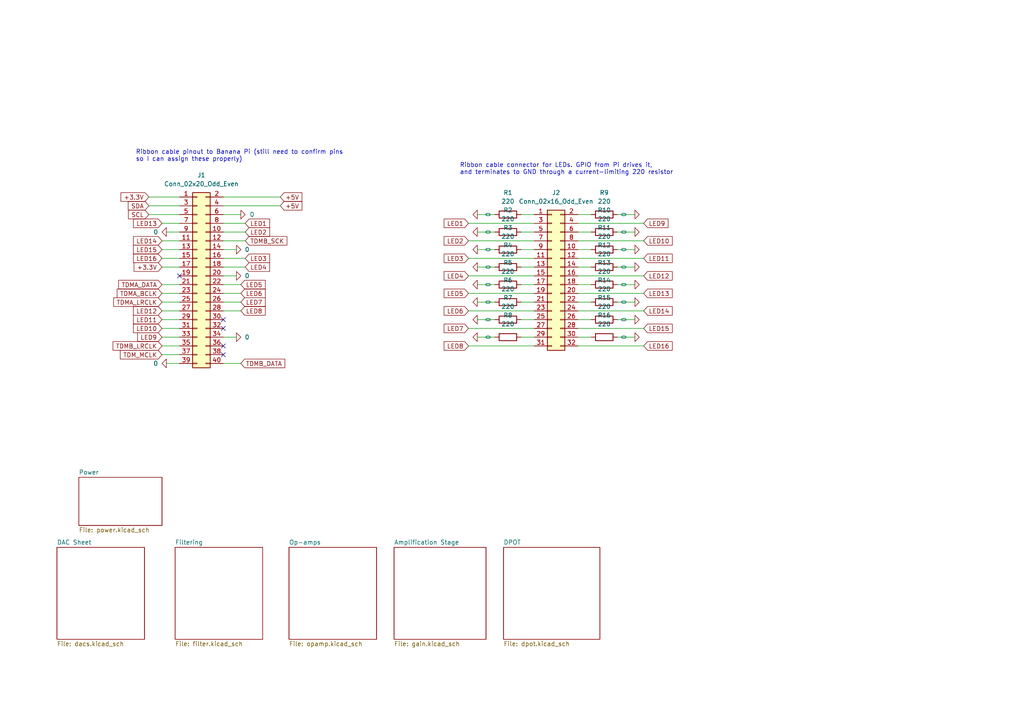
<source format=kicad_sch>
(kicad_sch (version 20230121) (generator eeschema)
  (paper "A4")
  (lib_symbols
    (symbol "Connector_Generic:Conn_02x16_Odd_Even" (pin_names (offset 1.016) hide)
      (property "Reference" "J" (at 1.27 20.32 0))
      (property "Value" "Conn_02x16_Odd_Even" (at 1.27 -22.86 0))
      (symbol "Conn_02x16_Odd_Even_1_1"
        (rectangle (start -1.27 -20.193) (end 0 -20.447) (stroke (width 0.1524)))
        (rectangle (start -1.27 -17.653) (end 0 -17.907) (stroke (width 0.1524)))
        (rectangle (start -1.27 -15.113) (end 0 -15.367) (stroke (width 0.1524)))
        (rectangle (start -1.27 -12.573) (end 0 -12.827) (stroke (width 0.1524)))
        (rectangle (start -1.27 -10.033) (end 0 -10.287) (stroke (width 0.1524)))
        (rectangle (start -1.27 -7.493) (end 0 -7.747) (stroke (width 0.1524)))
        (rectangle (start -1.27 -4.953) (end 0 -5.207) (stroke (width 0.1524)))
        (rectangle (start -1.27 -2.413) (end 0 -2.667) (stroke (width 0.1524)))
        (rectangle (start -1.27 0.127) (end 0 -0.127) (stroke (width 0.1524)))
        (rectangle (start -1.27 2.667) (end 0 2.413) (stroke (width 0.1524)))
        (rectangle (start -1.27 5.207) (end 0 4.953) (stroke (width 0.1524)))
        (rectangle (start -1.27 7.747) (end 0 7.493) (stroke (width 0.1524)))
        (rectangle (start -1.27 10.287) (end 0 10.033) (stroke (width 0.1524)))
        (rectangle (start -1.27 12.827) (end 0 12.573) (stroke (width 0.1524)))
        (rectangle (start -1.27 15.367) (end 0 15.113) (stroke (width 0.1524)))
        (rectangle (start -1.27 17.907) (end 0 17.653) (stroke (width 0.1524)))
        (rectangle (start -1.27 19.05) (end 3.81 -21.59) (stroke (width 0.254)) (fill (type background)))
        (rectangle (start 3.81 -20.193) (end 2.54 -20.447) (stroke (width 0.1524)))
        (rectangle (start 3.81 -17.653) (end 2.54 -17.907) (stroke (width 0.1524)))
        (rectangle (start 3.81 -15.113) (end 2.54 -15.367) (stroke (width 0.1524)))
        (rectangle (start 3.81 -12.573) (end 2.54 -12.827) (stroke (width 0.1524)))
        (rectangle (start 3.81 -10.033) (end 2.54 -10.287) (stroke (width 0.1524)))
        (rectangle (start 3.81 -7.493) (end 2.54 -7.747) (stroke (width 0.1524)))
        (rectangle (start 3.81 -4.953) (end 2.54 -5.207) (stroke (width 0.1524)))
        (rectangle (start 3.81 -2.413) (end 2.54 -2.667) (stroke (width 0.1524)))
        (rectangle (start 3.81 0.127) (end 2.54 -0.127) (stroke (width 0.1524)))
        (rectangle (start 3.81 2.667) (end 2.54 2.413) (stroke (width 0.1524)))
        (rectangle (start 3.81 5.207) (end 2.54 4.953) (stroke (width 0.1524)))
        (rectangle (start 3.81 7.747) (end 2.54 7.493) (stroke (width 0.1524)))
        (rectangle (start 3.81 10.287) (end 2.54 10.033) (stroke (width 0.1524)))
        (rectangle (start 3.81 12.827) (end 2.54 12.573) (stroke (width 0.1524)))
        (rectangle (start 3.81 15.367) (end 2.54 15.113) (stroke (width 0.1524)))
        (rectangle (start 3.81 17.907) (end 2.54 17.653) (stroke (width 0.1524)))
        (pin passive line (at -5.08 17.78 0) (length 3.81) (name "Pin_1") (number "1"))
        (pin passive line (at 7.62 7.62 180) (length 3.81) (name "Pin_10") (number "10"))
        (pin passive line (at -5.08 5.08 0) (length 3.81) (name "Pin_11") (number "11"))
        (pin passive line (at 7.62 5.08 180) (length 3.81) (name "Pin_12") (number "12"))
        (pin passive line (at -5.08 2.54 0) (length 3.81) (name "Pin_13") (number "13"))
        (pin passive line (at 7.62 2.54 180) (length 3.81) (name "Pin_14") (number "14"))
        (pin passive line (at -5.08 0 0) (length 3.81) (name "Pin_15") (number "15"))
        (pin passive line (at 7.62 0 180) (length 3.81) (name "Pin_16") (number "16"))
        (pin passive line (at -5.08 -2.54 0) (length 3.81) (name "Pin_17") (number "17"))
        (pin passive line (at 7.62 -2.54 180) (length 3.81) (name "Pin_18") (number "18"))
        (pin passive line (at -5.08 -5.08 0) (length 3.81) (name "Pin_19") (number "19"))
        (pin passive line (at 7.62 17.78 180) (length 3.81) (name "Pin_2") (number "2"))
        (pin passive line (at 7.62 -5.08 180) (length 3.81) (name "Pin_20") (number "20"))
        (pin passive line (at -5.08 -7.62 0) (length 3.81) (name "Pin_21") (number "21"))
        (pin passive line (at 7.62 -7.62 180) (length 3.81) (name "Pin_22") (number "22"))
        (pin passive line (at -5.08 -10.16 0) (length 3.81) (name "Pin_23") (number "23"))
        (pin passive line (at 7.62 -10.16 180) (length 3.81) (name "Pin_24") (number "24"))
        (pin passive line (at -5.08 -12.7 0) (length 3.81) (name "Pin_25") (number "25"))
        (pin passive line (at 7.62 -12.7 180) (length 3.81) (name "Pin_26") (number "26"))
        (pin passive line (at -5.08 -15.24 0) (length 3.81) (name "Pin_27") (number "27"))
        (pin passive line (at 7.62 -15.24 180) (length 3.81) (name "Pin_28") (number "28"))
        (pin passive line (at -5.08 -17.78 0) (length 3.81) (name "Pin_29") (number "29"))
        (pin passive line (at -5.08 15.24 0) (length 3.81) (name "Pin_3") (number "3"))
        (pin passive line (at 7.62 -17.78 180) (length 3.81) (name "Pin_30") (number "30"))
        (pin passive line (at -5.08 -20.32 0) (length 3.81) (name "Pin_31") (number "31"))
        (pin passive line (at 7.62 -20.32 180) (length 3.81) (name "Pin_32") (number "32"))
        (pin passive line (at 7.62 15.24 180) (length 3.81) (name "Pin_4") (number "4"))
        (pin passive line (at -5.08 12.7 0) (length 3.81) (name "Pin_5") (number "5"))
        (pin passive line (at 7.62 12.7 180) (length 3.81) (name "Pin_6") (number "6"))
        (pin passive line (at -5.08 10.16 0) (length 3.81) (name "Pin_7") (number "7"))
        (pin passive line (at 7.62 10.16 180) (length 3.81) (name "Pin_8") (number "8"))
        (pin passive line (at -5.08 7.62 0) (length 3.81) (name "Pin_9") (number "9"))
      )
    )
    (symbol "Connector_Generic:Conn_02x20_Odd_Even" (pin_names (offset 1.016) hide)
      (property "Reference" "J" (at 1.27 25.4 0))
      (property "Value" "Conn_02x20_Odd_Even" (at 1.27 -27.94 0))
      (symbol "Conn_02x20_Odd_Even_1_1"
        (rectangle (start -1.27 -25.273) (end 0 -25.527) (stroke (width 0.1524)))
        (rectangle (start -1.27 -22.733) (end 0 -22.987) (stroke (width 0.1524)))
        (rectangle (start -1.27 -20.193) (end 0 -20.447) (stroke (width 0.1524)))
        (rectangle (start -1.27 -17.653) (end 0 -17.907) (stroke (width 0.1524)))
        (rectangle (start -1.27 -15.113) (end 0 -15.367) (stroke (width 0.1524)))
        (rectangle (start -1.27 -12.573) (end 0 -12.827) (stroke (width 0.1524)))
        (rectangle (start -1.27 -10.033) (end 0 -10.287) (stroke (width 0.1524)))
        (rectangle (start -1.27 -7.493) (end 0 -7.747) (stroke (width 0.1524)))
        (rectangle (start -1.27 -4.953) (end 0 -5.207) (stroke (width 0.1524)))
        (rectangle (start -1.27 -2.413) (end 0 -2.667) (stroke (width 0.1524)))
        (rectangle (start -1.27 0.127) (end 0 -0.127) (stroke (width 0.1524)))
        (rectangle (start -1.27 2.667) (end 0 2.413) (stroke (width 0.1524)))
        (rectangle (start -1.27 5.207) (end 0 4.953) (stroke (width 0.1524)))
        (rectangle (start -1.27 7.747) (end 0 7.493) (stroke (width 0.1524)))
        (rectangle (start -1.27 10.287) (end 0 10.033) (stroke (width 0.1524)))
        (rectangle (start -1.27 12.827) (end 0 12.573) (stroke (width 0.1524)))
        (rectangle (start -1.27 15.367) (end 0 15.113) (stroke (width 0.1524)))
        (rectangle (start -1.27 17.907) (end 0 17.653) (stroke (width 0.1524)))
        (rectangle (start -1.27 20.447) (end 0 20.193) (stroke (width 0.1524)))
        (rectangle (start -1.27 22.987) (end 0 22.733) (stroke (width 0.1524)))
        (rectangle (start -1.27 24.13) (end 3.81 -26.67) (stroke (width 0.254)) (fill (type background)))
        (rectangle (start 3.81 -25.273) (end 2.54 -25.527) (stroke (width 0.1524)))
        (rectangle (start 3.81 -22.733) (end 2.54 -22.987) (stroke (width 0.1524)))
        (rectangle (start 3.81 -20.193) (end 2.54 -20.447) (stroke (width 0.1524)))
        (rectangle (start 3.81 -17.653) (end 2.54 -17.907) (stroke (width 0.1524)))
        (rectangle (start 3.81 -15.113) (end 2.54 -15.367) (stroke (width 0.1524)))
        (rectangle (start 3.81 -12.573) (end 2.54 -12.827) (stroke (width 0.1524)))
        (rectangle (start 3.81 -10.033) (end 2.54 -10.287) (stroke (width 0.1524)))
        (rectangle (start 3.81 -7.493) (end 2.54 -7.747) (stroke (width 0.1524)))
        (rectangle (start 3.81 -4.953) (end 2.54 -5.207) (stroke (width 0.1524)))
        (rectangle (start 3.81 -2.413) (end 2.54 -2.667) (stroke (width 0.1524)))
        (rectangle (start 3.81 0.127) (end 2.54 -0.127) (stroke (width 0.1524)))
        (rectangle (start 3.81 2.667) (end 2.54 2.413) (stroke (width 0.1524)))
        (rectangle (start 3.81 5.207) (end 2.54 4.953) (stroke (width 0.1524)))
        (rectangle (start 3.81 7.747) (end 2.54 7.493) (stroke (width 0.1524)))
        (rectangle (start 3.81 10.287) (end 2.54 10.033) (stroke (width 0.1524)))
        (rectangle (start 3.81 12.827) (end 2.54 12.573) (stroke (width 0.1524)))
        (rectangle (start 3.81 15.367) (end 2.54 15.113) (stroke (width 0.1524)))
        (rectangle (start 3.81 17.907) (end 2.54 17.653) (stroke (width 0.1524)))
        (rectangle (start 3.81 20.447) (end 2.54 20.193) (stroke (width 0.1524)))
        (rectangle (start 3.81 22.987) (end 2.54 22.733) (stroke (width 0.1524)))
        (pin passive line (at -5.08 22.86 0) (length 3.81) (name "Pin_1") (number "1"))
        (pin passive line (at 7.62 12.7 180) (length 3.81) (name "Pin_10") (number "10"))
        (pin passive line (at -5.08 10.16 0) (length 3.81) (name "Pin_11") (number "11"))
        (pin passive line (at 7.62 10.16 180) (length 3.81) (name "Pin_12") (number "12"))
        (pin passive line (at -5.08 7.62 0) (length 3.81) (name "Pin_13") (number "13"))
        (pin passive line (at 7.62 7.62 180) (length 3.81) (name "Pin_14") (number "14"))
        (pin passive line (at -5.08 5.08 0) (length 3.81) (name "Pin_15") (number "15"))
        (pin passive line (at 7.62 5.08 180) (length 3.81) (name "Pin_16") (number "16"))
        (pin passive line (at -5.08 2.54 0) (length 3.81) (name "Pin_17") (number "17"))
        (pin passive line (at 7.62 2.54 180) (length 3.81) (name "Pin_18") (number "18"))
        (pin passive line (at -5.08 0 0) (length 3.81) (name "Pin_19") (number "19"))
        (pin passive line (at 7.62 22.86 180) (length 3.81) (name "Pin_2") (number "2"))
        (pin passive line (at 7.62 0 180) (length 3.81) (name "Pin_20") (number "20"))
        (pin passive line (at -5.08 -2.54 0) (length 3.81) (name "Pin_21") (number "21"))
        (pin passive line (at 7.62 -2.54 180) (length 3.81) (name "Pin_22") (number "22"))
        (pin passive line (at -5.08 -5.08 0) (length 3.81) (name "Pin_23") (number "23"))
        (pin passive line (at 7.62 -5.08 180) (length 3.81) (name "Pin_24") (number "24"))
        (pin passive line (at -5.08 -7.62 0) (length 3.81) (name "Pin_25") (number "25"))
        (pin passive line (at 7.62 -7.62 180) (length 3.81) (name "Pin_26") (number "26"))
        (pin passive line (at -5.08 -10.16 0) (length 3.81) (name "Pin_27") (number "27"))
        (pin passive line (at 7.62 -10.16 180) (length 3.81) (name "Pin_28") (number "28"))
        (pin passive line (at -5.08 -12.7 0) (length 3.81) (name "Pin_29") (number "29"))
        (pin passive line (at -5.08 20.32 0) (length 3.81) (name "Pin_3") (number "3"))
        (pin passive line (at 7.62 -12.7 180) (length 3.81) (name "Pin_30") (number "30"))
        (pin passive line (at -5.08 -15.24 0) (length 3.81) (name "Pin_31") (number "31"))
        (pin passive line (at 7.62 -15.24 180) (length 3.81) (name "Pin_32") (number "32"))
        (pin passive line (at -5.08 -17.78 0) (length 3.81) (name "Pin_33") (number "33"))
        (pin passive line (at 7.62 -17.78 180) (length 3.81) (name "Pin_34") (number "34"))
        (pin passive line (at -5.08 -20.32 0) (length 3.81) (name "Pin_35") (number "35"))
        (pin passive line (at 7.62 -20.32 180) (length 3.81) (name "Pin_36") (number "36"))
        (pin passive line (at -5.08 -22.86 0) (length 3.81) (name "Pin_37") (number "37"))
        (pin passive line (at 7.62 -22.86 180) (length 3.81) (name "Pin_38") (number "38"))
        (pin passive line (at -5.08 -25.4 0) (length 3.81) (name "Pin_39") (number "39"))
        (pin passive line (at 7.62 20.32 180) (length 3.81) (name "Pin_4") (number "4"))
        (pin passive line (at 7.62 -25.4 180) (length 3.81) (name "Pin_40") (number "40"))
        (pin passive line (at -5.08 17.78 0) (length 3.81) (name "Pin_5") (number "5"))
        (pin passive line (at 7.62 17.78 180) (length 3.81) (name "Pin_6") (number "6"))
        (pin passive line (at -5.08 15.24 0) (length 3.81) (name "Pin_7") (number "7"))
        (pin passive line (at 7.62 15.24 180) (length 3.81) (name "Pin_8") (number "8"))
        (pin passive line (at -5.08 12.7 0) (length 3.81) (name "Pin_9") (number "9"))
      )
    )
    (symbol "Device:R" (pin_numbers hide) (pin_names (offset 0))
      (property "Reference" "R" (at 2.032 0 90))
      (property "Value" "R" (at 0 0 90))
      (symbol "R_0_1"
        (rectangle (start -1.016 -2.54) (end 1.016 2.54) (stroke (width 0.254)))
      )
      (symbol "R_1_1"
        (pin passive line (at 0 3.81 270) (length 1.27) (name "~") (number "1"))
        (pin passive line (at 0 -3.81 90) (length 1.27) (name "~") (number "2"))
      )
    )
    (symbol "Simulation_SPICE:0" (power) (pin_names (offset 0))
      (property "Value" "0" (at 0 -1.778 0))
      (symbol "0_0_1"
        (polyline (pts (xy -1.27 0) (xy 0 -1.27) (xy 1.27 0) (xy -1.27 0)))
      )
      (symbol "0_1_1"
        (pin power_in line (at 0 0 0) (length 0) hide (name "0") (number "1"))
      )
    )
    (symbol "pspice:0" (power) (pin_names (offset 0))
      (property "Value" "0" (at 0 -1.778 0))
      (symbol "0_0_1"
        (polyline (pts (xy -1.27 0) (xy 0 -1.27) (xy 1.27 0) (xy -1.27 0)))
      )
      (symbol "0_1_1"
        (pin power_in line (at 0 0 0) (length 0) hide (name "0") (number "1"))
      )
    )
  )
  (no_connect (at 64.77 92.71))
  (no_connect (at 52.07 80.01))
  (no_connect (at 64.77 100.33))
  (no_connect (at 64.77 95.25))
  (no_connect (at 64.77 102.87))
  (wire (pts (xy 46.99 77.47) (xy 52.07 77.47)))
  (wire (pts (xy 64.77 64.77) (xy 71.12 64.77)))
  (wire (pts (xy 46.99 95.25) (xy 52.07 95.25)))
  (wire (pts (xy 151.13 77.47) (xy 154.94 77.47)))
  (wire (pts (xy 179.07 92.71) (xy 184.15 92.71)))
  (wire (pts (xy 135.89 95.25) (xy 154.94 95.25)))
  (wire (pts (xy 143.51 92.71) (xy 138.43 92.71)))
  (wire (pts (xy 151.13 62.23) (xy 154.94 62.23)))
  (wire (pts (xy 151.13 82.55) (xy 154.94 82.55)))
  (wire (pts (xy 186.69 80.01) (xy 167.64 80.01)))
  (wire (pts (xy 171.45 62.23) (xy 167.64 62.23)))
  (wire (pts (xy 186.69 100.33) (xy 167.64 100.33)))
  (wire (pts (xy 64.77 74.93) (xy 71.12 74.93)))
  (wire (pts (xy 135.89 74.93) (xy 154.94 74.93)))
  (wire (pts (xy 43.18 62.23) (xy 52.07 62.23)))
  (wire (pts (xy 143.51 87.63) (xy 138.43 87.63)))
  (wire (pts (xy 64.77 67.31) (xy 71.12 67.31)))
  (wire (pts (xy 43.18 57.15) (xy 52.07 57.15)))
  (wire (pts (xy 179.07 67.31) (xy 184.15 67.31)))
  (wire (pts (xy 151.13 87.63) (xy 154.94 87.63)))
  (wire (pts (xy 179.07 72.39) (xy 184.15 72.39)))
  (wire (pts (xy 64.77 62.23) (xy 69.85 62.23)))
  (wire (pts (xy 135.89 100.33) (xy 154.94 100.33)))
  (wire (pts (xy 69.85 82.55) (xy 64.77 82.55)))
  (wire (pts (xy 186.69 85.09) (xy 167.64 85.09)))
  (wire (pts (xy 143.51 77.47) (xy 138.43 77.47)))
  (wire (pts (xy 135.89 64.77) (xy 154.94 64.77)))
  (wire (pts (xy 135.89 69.85) (xy 154.94 69.85)))
  (wire (pts (xy 52.07 67.31) (xy 48.26 67.31)))
  (wire (pts (xy 143.51 82.55) (xy 138.43 82.55)))
  (wire (pts (xy 64.77 97.79) (xy 68.58 97.79)))
  (wire (pts (xy 186.69 90.17) (xy 167.64 90.17)))
  (wire (pts (xy 64.77 57.15) (xy 81.28 57.15)))
  (wire (pts (xy 46.99 90.17) (xy 52.07 90.17)))
  (wire (pts (xy 186.69 74.93) (xy 167.64 74.93)))
  (wire (pts (xy 143.51 67.31) (xy 138.43 67.31)))
  (wire (pts (xy 179.07 82.55) (xy 184.15 82.55)))
  (wire (pts (xy 171.45 67.31) (xy 167.64 67.31)))
  (wire (pts (xy 46.99 100.33) (xy 52.07 100.33)))
  (wire (pts (xy 64.77 72.39) (xy 68.58 72.39)))
  (wire (pts (xy 171.45 92.71) (xy 167.64 92.71)))
  (wire (pts (xy 171.45 77.47) (xy 167.64 77.47)))
  (wire (pts (xy 64.77 69.85) (xy 71.12 69.85)))
  (wire (pts (xy 46.99 69.85) (xy 52.07 69.85)))
  (wire (pts (xy 46.99 72.39) (xy 52.07 72.39)))
  (wire (pts (xy 46.99 64.77) (xy 52.07 64.77)))
  (wire (pts (xy 46.99 97.79) (xy 52.07 97.79)))
  (wire (pts (xy 64.77 105.41) (xy 69.85 105.41)))
  (wire (pts (xy 135.89 90.17) (xy 154.94 90.17)))
  (wire (pts (xy 43.18 59.69) (xy 52.07 59.69)))
  (wire (pts (xy 143.51 62.23) (xy 138.43 62.23)))
  (wire (pts (xy 151.13 97.79) (xy 154.94 97.79)))
  (wire (pts (xy 46.99 82.55) (xy 52.07 82.55)))
  (wire (pts (xy 186.69 64.77) (xy 167.64 64.77)))
  (wire (pts (xy 46.99 74.93) (xy 52.07 74.93)))
  (wire (pts (xy 186.69 69.85) (xy 167.64 69.85)))
  (wire (pts (xy 186.69 95.25) (xy 167.64 95.25)))
  (wire (pts (xy 69.85 85.09) (xy 64.77 85.09)))
  (wire (pts (xy 143.51 72.39) (xy 138.43 72.39)))
  (wire (pts (xy 179.07 87.63) (xy 184.15 87.63)))
  (wire (pts (xy 135.89 80.01) (xy 154.94 80.01)))
  (wire (pts (xy 151.13 72.39) (xy 154.94 72.39)))
  (wire (pts (xy 143.51 97.79) (xy 138.43 97.79)))
  (wire (pts (xy 135.89 85.09) (xy 154.94 85.09)))
  (wire (pts (xy 179.07 62.23) (xy 184.15 62.23)))
  (wire (pts (xy 64.77 80.01) (xy 68.58 80.01)))
  (wire (pts (xy 64.77 90.17) (xy 69.85 90.17)))
  (wire (pts (xy 171.45 87.63) (xy 167.64 87.63)))
  (wire (pts (xy 46.99 102.87) (xy 52.07 102.87)))
  (wire (pts (xy 179.07 97.79) (xy 184.15 97.79)))
  (wire (pts (xy 151.13 67.31) (xy 154.94 67.31)))
  (wire (pts (xy 171.45 97.79) (xy 167.64 97.79)))
  (wire (pts (xy 64.77 77.47) (xy 71.12 77.47)))
  (wire (pts (xy 69.85 87.63) (xy 64.77 87.63)))
  (wire (pts (xy 52.07 105.41) (xy 48.26 105.41)))
  (wire (pts (xy 151.13 92.71) (xy 154.94 92.71)))
  (wire (pts (xy 46.99 92.71) (xy 52.07 92.71)))
  (wire (pts (xy 46.99 87.63) (xy 52.07 87.63)))
  (wire (pts (xy 81.28 59.69) (xy 64.77 59.69)))
  (wire (pts (xy 171.45 72.39) (xy 167.64 72.39)))
  (wire (pts (xy 46.99 85.09) (xy 52.07 85.09)))
  (wire (pts (xy 179.07 77.47) (xy 184.15 77.47)))
  (wire (pts (xy 171.45 82.55) (xy 167.64 82.55)))
  (text "Ribbon cable pinout to Banana Pi (still need to confirm pins\nso I can assign these properly)" (at 39.37 46.99 0) (effects (font (size 1.27 1.27)) (justify left bottom)))
  (text "Ribbon cable connector for LEDs. GPIO from Pi drives it, \nand terminates to GND through a current-limiting 220 resistor" (at 133.35 50.8 0) (effects (font (size 1.27 1.27)) (justify left bottom)))
  (global_label "LED5" (shape input) (at 135.89 85.09 180) (property "Intersheetrefs" "${INTERSHEET_REFS}" (effects hide)))
  (global_label "LED6" (shape input) (at 135.89 90.17 180) (property "Intersheetrefs" "${INTERSHEET_REFS}" (effects hide)))
  (global_label "LED3" (shape input) (at 135.89 74.93 180) (property "Intersheetrefs" "${INTERSHEET_REFS}" (effects hide)))
  (global_label "LED15" (shape input) (at 186.69 95.25 0) (property "Intersheetrefs" "${INTERSHEET_REFS}" (effects hide)))
  (global_label "LED14" (shape input) (at 46.99 69.85 180) (property "Intersheetrefs" "${INTERSHEET_REFS}" (effects hide)))
  (global_label "LED9" (shape input) (at 186.69 64.77 0) (property "Intersheetrefs" "${INTERSHEET_REFS}" (effects hide)))
  (global_label "LED14" (shape input) (at 186.69 90.17 0) (property "Intersheetrefs" "${INTERSHEET_REFS}" (effects hide)))
  (global_label "LED10" (shape input) (at 186.69 69.85 0) (property "Intersheetrefs" "${INTERSHEET_REFS}" (effects hide)))
  (global_label "SCL" (shape input) (at 43.18 62.23 180) (property "Intersheetrefs" "${INTERSHEET_REFS}" (effects hide)))
  (global_label "LED16" (shape input) (at 46.99 74.93 180) (property "Intersheetrefs" "${INTERSHEET_REFS}" (effects hide)))
  (global_label "LED11" (shape input) (at 46.99 92.71 180) (property "Intersheetrefs" "${INTERSHEET_REFS}" (effects hide)))
  (global_label "TDMA_LRCLK" (shape input) (at 46.99 87.63 180) (property "Intersheetrefs" "${INTERSHEET_REFS}" (effects hide)))
  (global_label "LED2" (shape input) (at 71.12 67.31 0) (property "Intersheetrefs" "${INTERSHEET_REFS}" (effects hide)))
  (global_label "LED5" (shape input) (at 69.85 82.55 0) (property "Intersheetrefs" "${INTERSHEET_REFS}" (effects hide)))
  (global_label "LED11" (shape input) (at 186.69 74.93 0) (property "Intersheetrefs" "${INTERSHEET_REFS}" (effects hide)))
  (global_label "LED12" (shape input) (at 186.69 80.01 0) (property "Intersheetrefs" "${INTERSHEET_REFS}" (effects hide)))
  (global_label "LED2" (shape input) (at 135.89 69.85 180) (property "Intersheetrefs" "${INTERSHEET_REFS}" (effects hide)))
  (global_label "LED8" (shape input) (at 135.89 100.33 180) (property "Intersheetrefs" "${INTERSHEET_REFS}" (effects hide)))
  (global_label "TDMA_BCLK" (shape input) (at 46.99 85.09 180) (property "Intersheetrefs" "${INTERSHEET_REFS}" (effects hide)))
  (global_label "LED6" (shape input) (at 69.85 85.09 0) (property "Intersheetrefs" "${INTERSHEET_REFS}" (effects hide)))
  (global_label "+3.3V" (shape input) (at 46.99 77.47 180) (property "Intersheetrefs" "${INTERSHEET_REFS}" (effects hide)))
  (global_label "LED15" (shape input) (at 46.99 72.39 180) (property "Intersheetrefs" "${INTERSHEET_REFS}" (effects hide)))
  (global_label "TDMB_DATA" (shape input) (at 69.85 105.41 0) (property "Intersheetrefs" "${INTERSHEET_REFS}" (effects hide)))
  (global_label "LED10" (shape input) (at 46.99 95.25 180) (property "Intersheetrefs" "${INTERSHEET_REFS}" (effects hide)))
  (global_label "TDMB_SCK" (shape input) (at 71.12 69.85 0) (property "Intersheetrefs" "${INTERSHEET_REFS}" (effects hide)))
  (global_label "LED1" (shape input) (at 135.89 64.77 180) (property "Intersheetrefs" "${INTERSHEET_REFS}" (effects hide)))
  (global_label "LED3" (shape input) (at 71.12 74.93 0) (property "Intersheetrefs" "${INTERSHEET_REFS}" (effects hide)))
  (global_label "+5V" (shape input) (at 81.28 59.69 0) (property "Intersheetrefs" "${INTERSHEET_REFS}" (effects hide)))
  (global_label "LED13" (shape input) (at 46.99 64.77 180) (property "Intersheetrefs" "${INTERSHEET_REFS}" (effects hide)))
  (global_label "LED1" (shape input) (at 71.12 64.77 0) (property "Intersheetrefs" "${INTERSHEET_REFS}" (effects hide)))
  (global_label "TDMB_LRCLK" (shape input) (at 46.99 100.33 180) (property "Intersheetrefs" "${INTERSHEET_REFS}" (effects hide)))
  (global_label "LED7" (shape input) (at 69.85 87.63 0) (property "Intersheetrefs" "${INTERSHEET_REFS}" (effects hide)))
  (global_label "TDM_MCLK" (shape input) (at 46.99 102.87 180) (property "Intersheetrefs" "${INTERSHEET_REFS}" (effects hide)))
  (global_label "LED4" (shape input) (at 71.12 77.47 0) (property "Intersheetrefs" "${INTERSHEET_REFS}" (effects hide)))
  (global_label "LED7" (shape input) (at 135.89 95.25 180) (property "Intersheetrefs" "${INTERSHEET_REFS}" (effects hide)))
  (global_label "+5V" (shape input) (at 81.28 57.15 0) (property "Intersheetrefs" "${INTERSHEET_REFS}" (effects hide)))
  (global_label "LED9" (shape input) (at 46.99 97.79 180) (property "Intersheetrefs" "${INTERSHEET_REFS}" (effects hide)))
  (global_label "LED16" (shape input) (at 186.69 100.33 0) (property "Intersheetrefs" "${INTERSHEET_REFS}" (effects hide)))
  (global_label "LED13" (shape input) (at 186.69 85.09 0) (property "Intersheetrefs" "${INTERSHEET_REFS}" (effects hide)))
  (global_label "TDMA_DATA" (shape input) (at 46.99 82.55 180) (property "Intersheetrefs" "${INTERSHEET_REFS}" (effects hide)))
  (global_label "LED12" (shape input) (at 46.99 90.17 180) (property "Intersheetrefs" "${INTERSHEET_REFS}" (effects hide)))
  (global_label "SDA" (shape input) (at 43.18 59.69 180) (property "Intersheetrefs" "${INTERSHEET_REFS}" (effects hide)))
  (global_label "+3.3V" (shape input) (at 43.18 57.15 180) (property "Intersheetrefs" "${INTERSHEET_REFS}" (effects hide)))
  (global_label "LED8" (shape input) (at 69.85 90.17 0) (property "Intersheetrefs" "${INTERSHEET_REFS}" (effects hide)))
  (global_label "LED4" (shape input) (at 135.89 80.01 180) (property "Intersheetrefs" "${INTERSHEET_REFS}" (effects hide)))
  (symbol (lib_id "pspice:0") (at 138.43 82.55 270) (unit 1)
    (property "Reference" "#GND011" (effects hide))
    (property "Value" "0" (at 141.605 82.55 0))
  )
  (symbol (lib_id "Device:R") (at 175.26 67.31 270) (mirror x) (unit 1)
    (property "Reference" "R10" (at 175.26 60.96 90))
    (property "Value" "220" (at 175.26 63.5 90))
    (property "Footprint" "Resistor_SMD:R_1206_3216Metric" (effects hide))
    (property "Sim.Device" "SPICE" (effects hide))
    (property "Sim.Params" "type=\"R\" model=\"6.2k\" lib=\"\"" (effects hide))
    (property "Sim.Pins" "1=1 2=2" (effects hide))
  )
  (symbol (lib_id "Device:R") (at 147.32 92.71 90) (unit 1)
    (property "Reference" "R7" (at 147.32 86.36 90))
    (property "Value" "220" (at 147.32 88.9 90))
    (property "Footprint" "Resistor_SMD:R_1206_3216Metric" (effects hide))
    (property "Sim.Device" "SPICE" (effects hide))
    (property "Sim.Params" "type=\"R\" model=\"6.2k\" lib=\"\"" (effects hide))
    (property "Sim.Pins" "1=1 2=2" (effects hide))
  )
  (symbol (lib_id "Device:R") (at 175.26 82.55 270) (mirror x) (unit 1)
    (property "Reference" "R13" (at 175.26 76.2 90))
    (property "Value" "220" (at 175.26 78.74 90))
    (property "Footprint" "Resistor_SMD:R_1206_3216Metric" (effects hide))
    (property "Sim.Device" "SPICE" (effects hide))
    (property "Sim.Params" "type=\"R\" model=\"6.2k\" lib=\"\"" (effects hide))
    (property "Sim.Pins" "1=1 2=2" (effects hide))
  )
  (symbol (lib_id "Connector_Generic:Conn_02x20_Odd_Even") (at 57.15 80.01 0) (unit 1)
    (property "Reference" "J1" (at 58.42 50.8 0))
    (property "Value" "Conn_02x20_Odd_Even" (at 58.42 53.34 0))
    (property "Footprint" "Connector_PinSocket_2.54mm:PinSocket_2x20_P2.54mm_Vertical_SMD" (effects hide))
  )
  (symbol (lib_id "Device:R") (at 175.26 87.63 270) (mirror x) (unit 1)
    (property "Reference" "R14" (at 175.26 81.28 90))
    (property "Value" "220" (at 175.26 83.82 90))
    (property "Footprint" "Resistor_SMD:R_1206_3216Metric" (effects hide))
    (property "Sim.Device" "SPICE" (effects hide))
    (property "Sim.Params" "type=\"R\" model=\"6.2k\" lib=\"\"" (effects hide))
    (property "Sim.Pins" "1=1 2=2" (effects hide))
  )
  (symbol (lib_id "Device:R") (at 175.26 92.71 270) (mirror x) (unit 1)
    (property "Reference" "R15" (at 175.26 86.36 90))
    (property "Value" "220" (at 175.26 88.9 90))
    (property "Footprint" "Resistor_SMD:R_1206_3216Metric" (effects hide))
    (property "Sim.Device" "SPICE" (effects hide))
    (property "Sim.Params" "type=\"R\" model=\"6.2k\" lib=\"\"" (effects hide))
    (property "Sim.Pins" "1=1 2=2" (effects hide))
  )
  (symbol (lib_id "pspice:0") (at 184.15 77.47 90) (mirror x) (unit 1)
    (property "Reference" "#GND018" (effects hide))
    (property "Value" "0" (at 180.975 77.47 0))
  )
  (symbol (lib_id "Device:R") (at 147.32 67.31 90) (unit 1)
    (property "Reference" "R2" (at 147.32 60.96 90))
    (property "Value" "220" (at 147.32 63.5 90))
    (property "Footprint" "Resistor_SMD:R_1206_3216Metric" (effects hide))
    (property "Sim.Device" "SPICE" (effects hide))
    (property "Sim.Params" "type=\"R\" model=\"6.2k\" lib=\"\"" (effects hide))
    (property "Sim.Pins" "1=1 2=2" (effects hide))
  )
  (symbol (lib_id "pspice:0") (at 184.15 87.63 90) (mirror x) (unit 1)
    (property "Reference" "#GND020" (effects hide))
    (property "Value" "0" (at 180.975 87.63 0))
  )
  (symbol (lib_id "pspice:0") (at 184.15 67.31 90) (mirror x) (unit 1)
    (property "Reference" "#GND016" (effects hide))
    (property "Value" "0" (at 180.975 67.31 0))
  )
  (symbol (lib_id "Simulation_SPICE:0") (at 68.58 80.01 90) (unit 1)
    (property "Reference" "#GND04" (effects hide))
    (property "Value" "0" (at 72.39 80.01 90) (effects (justify left)))
  )
  (symbol (lib_id "pspice:0") (at 184.15 62.23 90) (mirror x) (unit 1)
    (property "Reference" "#GND015" (effects hide))
    (property "Value" "0" (at 180.975 62.23 0))
  )
  (symbol (lib_id "Device:R") (at 147.32 97.79 90) (unit 1)
    (property "Reference" "R8" (at 147.32 91.44 90))
    (property "Value" "220" (at 147.32 93.98 90))
    (property "Footprint" "Resistor_SMD:R_1206_3216Metric" (effects hide))
    (property "Sim.Device" "SPICE" (effects hide))
    (property "Sim.Params" "type=\"R\" model=\"6.2k\" lib=\"\"" (effects hide))
    (property "Sim.Pins" "1=1 2=2" (effects hide))
  )
  (symbol (lib_id "Device:R") (at 147.32 77.47 90) (unit 1)
    (property "Reference" "R4" (at 147.32 71.12 90))
    (property "Value" "220" (at 147.32 73.66 90))
    (property "Footprint" "Resistor_SMD:R_1206_3216Metric" (effects hide))
    (property "Sim.Device" "SPICE" (effects hide))
    (property "Sim.Params" "type=\"R\" model=\"6.2k\" lib=\"\"" (effects hide))
    (property "Sim.Pins" "1=1 2=2" (effects hide))
  )
  (symbol (lib_id "Device:R") (at 147.32 72.39 90) (unit 1)
    (property "Reference" "R3" (at 147.32 66.04 90))
    (property "Value" "220" (at 147.32 68.58 90))
    (property "Footprint" "Resistor_SMD:R_1206_3216Metric" (effects hide))
    (property "Sim.Device" "SPICE" (effects hide))
    (property "Sim.Params" "type=\"R\" model=\"6.2k\" lib=\"\"" (effects hide))
    (property "Sim.Pins" "1=1 2=2" (effects hide))
  )
  (symbol (lib_id "pspice:0") (at 138.43 67.31 270) (unit 1)
    (property "Reference" "#GND08" (effects hide))
    (property "Value" "0" (at 141.605 67.31 0))
  )
  (symbol (lib_id "Device:R") (at 175.26 72.39 270) (mirror x) (unit 1)
    (property "Reference" "R11" (at 175.26 66.04 90))
    (property "Value" "220" (at 175.26 68.58 90))
    (property "Footprint" "Resistor_SMD:R_1206_3216Metric" (effects hide))
    (property "Sim.Device" "SPICE" (effects hide))
    (property "Sim.Params" "type=\"R\" model=\"6.2k\" lib=\"\"" (effects hide))
    (property "Sim.Pins" "1=1 2=2" (effects hide))
  )
  (symbol (lib_id "Simulation_SPICE:0") (at 48.26 105.41 270) (unit 1)
    (property "Reference" "#GND02" (effects hide))
    (property "Value" "0" (at 44.45 105.41 90) (effects (justify left)))
  )
  (symbol (lib_id "pspice:0") (at 184.15 97.79 90) (mirror x) (unit 1)
    (property "Reference" "#GND022" (effects hide))
    (property "Value" "0" (at 180.975 97.79 0))
  )
  (symbol (lib_id "Device:R") (at 175.26 97.79 270) (mirror x) (unit 1)
    (property "Reference" "R16" (at 175.26 91.44 90))
    (property "Value" "220" (at 175.26 93.98 90))
    (property "Footprint" "Resistor_SMD:R_1206_3216Metric" (effects hide))
    (property "Sim.Device" "SPICE" (effects hide))
    (property "Sim.Params" "type=\"R\" model=\"6.2k\" lib=\"\"" (effects hide))
    (property "Sim.Pins" "1=1 2=2" (effects hide))
  )
  (symbol (lib_id "pspice:0") (at 138.43 87.63 270) (unit 1)
    (property "Reference" "#GND012" (effects hide))
    (property "Value" "0" (at 141.605 87.63 0))
  )
  (symbol (lib_id "Simulation_SPICE:0") (at 68.58 97.79 90) (unit 1)
    (property "Reference" "#GND05" (effects hide))
    (property "Value" "0" (at 72.39 97.79 90) (effects (justify left)))
  )
  (symbol (lib_id "Device:R") (at 175.26 77.47 270) (mirror x) (unit 1)
    (property "Reference" "R12" (at 175.26 71.12 90))
    (property "Value" "220" (at 175.26 73.66 90))
    (property "Footprint" "Resistor_SMD:R_1206_3216Metric" (effects hide))
    (property "Sim.Device" "SPICE" (effects hide))
    (property "Sim.Params" "type=\"R\" model=\"6.2k\" lib=\"\"" (effects hide))
    (property "Sim.Pins" "1=1 2=2" (effects hide))
  )
  (symbol (lib_id "Connector_Generic:Conn_02x16_Odd_Even") (at 160.02 80.01 0) (unit 1)
    (property "Reference" "J2" (at 161.29 55.88 0))
    (property "Value" "Conn_02x16_Odd_Even" (at 161.29 58.42 0))
    (property "Footprint" "Connector_PinSocket_2.54mm:PinSocket_2x16_P2.54mm_Vertical_SMD" (effects hide))
  )
  (symbol (lib_id "Device:R") (at 147.32 87.63 90) (unit 1)
    (property "Reference" "R6" (at 147.32 81.28 90))
    (property "Value" "220" (at 147.32 83.82 90))
    (property "Footprint" "Resistor_SMD:R_1206_3216Metric" (effects hide))
    (property "Sim.Device" "SPICE" (effects hide))
    (property "Sim.Params" "type=\"R\" model=\"6.2k\" lib=\"\"" (effects hide))
    (property "Sim.Pins" "1=1 2=2" (effects hide))
  )
  (symbol (lib_id "Simulation_SPICE:0") (at 48.26 67.31 270) (unit 1)
    (property "Reference" "#GND01" (effects hide))
    (property "Value" "0" (at 44.45 67.31 90) (effects (justify left)))
  )
  (symbol (lib_id "pspice:0") (at 138.43 72.39 270) (unit 1)
    (property "Reference" "#GND09" (effects hide))
    (property "Value" "0" (at 141.605 72.39 0))
  )
  (symbol (lib_id "Device:R") (at 147.32 82.55 90) (unit 1)
    (property "Reference" "R5" (at 147.32 76.2 90))
    (property "Value" "220" (at 147.32 78.74 90))
    (property "Footprint" "Resistor_SMD:R_1206_3216Metric" (effects hide))
    (property "Sim.Device" "SPICE" (effects hide))
    (property "Sim.Params" "type=\"R\" model=\"6.2k\" lib=\"\"" (effects hide))
    (property "Sim.Pins" "1=1 2=2" (effects hide))
  )
  (symbol (lib_id "pspice:0") (at 184.15 92.71 90) (mirror x) (unit 1)
    (property "Reference" "#GND021" (effects hide))
    (property "Value" "0" (at 180.975 92.71 0))
  )
  (symbol (lib_id "Device:R") (at 175.26 62.23 270) (mirror x) (unit 1)
    (property "Reference" "R9" (at 175.26 55.88 90))
    (property "Value" "220" (at 175.26 58.42 90))
    (property "Footprint" "Resistor_SMD:R_1206_3216Metric" (effects hide))
    (property "Sim.Device" "SPICE" (effects hide))
    (property "Sim.Params" "type=\"R\" model=\"6.2k\" lib=\"\"" (effects hide))
    (property "Sim.Pins" "1=1 2=2" (effects hide))
  )
  (symbol (lib_id "pspice:0") (at 138.43 92.71 270) (unit 1)
    (property "Reference" "#GND013" (effects hide))
    (property "Value" "0" (at 141.605 92.71 0))
  )
  (symbol (lib_id "pspice:0") (at 138.43 77.47 270) (unit 1)
    (property "Reference" "#GND010" (effects hide))
    (property "Value" "0" (at 141.605 77.47 0))
  )
  (symbol (lib_id "pspice:0") (at 138.43 97.79 270) (unit 1)
    (property "Reference" "#GND014" (effects hide))
    (property "Value" "0" (at 141.605 97.79 0))
  )
  (symbol (lib_id "Device:R") (at 147.32 62.23 90) (unit 1)
    (property "Reference" "R1" (at 147.32 55.88 90))
    (property "Value" "220" (at 147.32 58.42 90))
    (property "Footprint" "Resistor_SMD:R_1206_3216Metric" (effects hide))
    (property "Sim.Device" "SPICE" (effects hide))
    (property "Sim.Params" "type=\"R\" model=\"6.2k\" lib=\"\"" (effects hide))
    (property "Sim.Pins" "1=1 2=2" (effects hide))
  )
  (symbol (lib_id "pspice:0") (at 184.15 72.39 90) (mirror x) (unit 1)
    (property "Reference" "#GND017" (effects hide))
    (property "Value" "0" (at 180.975 72.39 0))
  )
  (symbol (lib_id "Simulation_SPICE:0") (at 68.58 72.39 90) (unit 1)
    (property "Reference" "#GND03" (effects hide))
    (property "Value" "0" (at 72.39 72.39 90) (effects (justify left)))
  )
  (symbol (lib_id "pspice:0") (at 184.15 82.55 90) (mirror x) (unit 1)
    (property "Reference" "#GND019" (effects hide))
    (property "Value" "0" (at 180.975 82.55 0))
  )
  (symbol (lib_id "pspice:0") (at 69.85 62.23 90) (unit 1)
    (property "Reference" "#GND06" (effects hide))
    (property "Value" "0" (at 72.39 62.2299 90) (effects (justify right)))
  )
  (symbol (lib_id "pspice:0") (at 138.43 62.23 270) (unit 1)
    (property "Reference" "#GND07" (effects hide))
    (property "Value" "0" (at 141.605 62.23 0))
  )
  (sheet (at 50.8 158.75) (size 25.4 26.67) (stroke (width 0.1524))
    (property "Sheetname" "Filtering" (at 50.8 158.0384 0) (effects (justify left bottom)))
    (property "Sheetfile" "filter.kicad_sch" (at 50.8 186.0046 0) (effects (justify left top)))
  )
  (sheet (at 114.3 158.75) (size 26.67 26.67) (stroke (width 0.1524))
    (property "Sheetname" "Amplification Stage" (at 114.3 158.0384 0) (effects (justify left bottom)))
    (property "Sheetfile" "gain.kicad_sch" (at 114.3 186.0046 0) (effects (justify left top)))
  )
  (sheet (at 22.86 138.43) (size 24.13 13.97) (stroke (width 0.1524))
    (property "Sheetname" "Power" (at 22.86 137.7184 0) (effects (justify left bottom)))
    (property "Sheetfile" "power.kicad_sch" (at 22.86 152.9846 0) (effects (justify left top)))
  )
  (sheet (at 83.82 158.75) (size 25.4 26.67) (stroke (width 0.1524))
    (property "Sheetname" "Op-amps" (at 83.82 158.0384 0) (effects (justify left bottom)))
    (property "Sheetfile" "opamp.kicad_sch" (at 83.82 186.0046 0) (effects (justify left top)))
  )
  (sheet (at 146.05 158.75) (size 27.94 26.67) (stroke (width 0.1524))
    (property "Sheetname" "DPOT" (at 146.05 158.0384 0) (effects (justify left bottom)))
    (property "Sheetfile" "dpot.kicad_sch" (at 146.05 186.0046 0) (effects (justify left top)))
  )
  (sheet (at 16.51 158.75) (size 25.4 26.67) (stroke (width 0.1524))
    (property "Sheetname" "DAC Sheet" (at 16.51 158.0384 0) (effects (justify left bottom)))
    (property "Sheetfile" "dacs.kicad_sch" (at 16.51 186.0046 0) (effects (justify left top)))
  )
)
</source>
